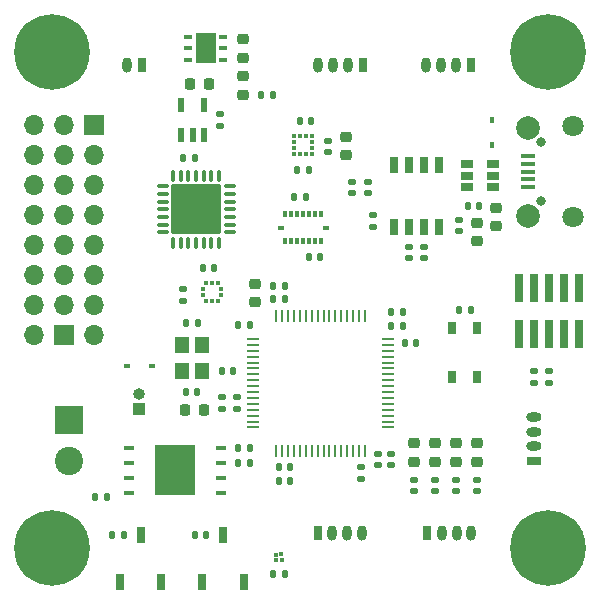
<source format=gbr>
G04 #@! TF.GenerationSoftware,KiCad,Pcbnew,9.0.2*
G04 #@! TF.CreationDate,2025-06-16T10:28:11-04:00*
G04 #@! TF.ProjectId,avionicsboard,6176696f-6e69-4637-9362-6f6172642e6b,rev?*
G04 #@! TF.SameCoordinates,Original*
G04 #@! TF.FileFunction,Soldermask,Top*
G04 #@! TF.FilePolarity,Negative*
%FSLAX46Y46*%
G04 Gerber Fmt 4.6, Leading zero omitted, Abs format (unit mm)*
G04 Created by KiCad (PCBNEW 9.0.2) date 2025-06-16 10:28:11*
%MOMM*%
%LPD*%
G01*
G04 APERTURE LIST*
G04 Aperture macros list*
%AMRoundRect*
0 Rectangle with rounded corners*
0 $1 Rounding radius*
0 $2 $3 $4 $5 $6 $7 $8 $9 X,Y pos of 4 corners*
0 Add a 4 corners polygon primitive as box body*
4,1,4,$2,$3,$4,$5,$6,$7,$8,$9,$2,$3,0*
0 Add four circle primitives for the rounded corners*
1,1,$1+$1,$2,$3*
1,1,$1+$1,$4,$5*
1,1,$1+$1,$6,$7*
1,1,$1+$1,$8,$9*
0 Add four rect primitives between the rounded corners*
20,1,$1+$1,$2,$3,$4,$5,0*
20,1,$1+$1,$4,$5,$6,$7,0*
20,1,$1+$1,$6,$7,$8,$9,0*
20,1,$1+$1,$8,$9,$2,$3,0*%
G04 Aperture macros list end*
%ADD10R,0.800000X1.300000*%
%ADD11O,0.800000X1.300000*%
%ADD12RoundRect,0.147500X-0.147500X-0.172500X0.147500X-0.172500X0.147500X0.172500X-0.147500X0.172500X0*%
%ADD13RoundRect,0.147500X0.147500X0.172500X-0.147500X0.172500X-0.147500X-0.172500X0.147500X-0.172500X0*%
%ADD14RoundRect,0.147500X-0.172500X0.147500X-0.172500X-0.147500X0.172500X-0.147500X0.172500X0.147500X0*%
%ADD15RoundRect,0.147500X0.172500X-0.147500X0.172500X0.147500X-0.172500X0.147500X-0.172500X-0.147500X0*%
%ADD16R,0.350000X0.380000*%
%ADD17R,0.800000X1.400000*%
%ADD18RoundRect,0.218750X-0.218750X-0.256250X0.218750X-0.256250X0.218750X0.256250X-0.218750X0.256250X0*%
%ADD19RoundRect,0.218750X0.256250X-0.218750X0.256250X0.218750X-0.256250X0.218750X-0.256250X-0.218750X0*%
%ADD20RoundRect,0.218750X-0.256250X0.218750X-0.256250X-0.218750X0.256250X-0.218750X0.256250X0.218750X0*%
%ADD21R,0.450000X0.600000*%
%ADD22R,0.600000X0.450000*%
%ADD23R,0.600000X1.150000*%
%ADD24R,0.950000X0.450000*%
%ADD25R,3.450000X4.350000*%
%ADD26R,1.300000X0.800000*%
%ADD27O,1.300000X0.800000*%
%ADD28R,0.330000X0.300000*%
%ADD29R,0.300000X0.330000*%
%ADD30R,0.350000X0.580000*%
%ADD31R,0.580000X0.350000*%
%ADD32R,1.000000X1.000000*%
%ADD33O,1.000000X1.000000*%
%ADD34RoundRect,0.075000X-0.437500X-0.075000X0.437500X-0.075000X0.437500X0.075000X-0.437500X0.075000X0*%
%ADD35RoundRect,0.075000X-0.075000X-0.437500X0.075000X-0.437500X0.075000X0.437500X-0.075000X0.437500X0*%
%ADD36RoundRect,0.250002X-1.874998X-1.874998X1.874998X-1.874998X1.874998X1.874998X-1.874998X1.874998X0*%
%ADD37R,1.700000X1.700000*%
%ADD38O,1.700000X1.700000*%
%ADD39R,0.800000X0.400000*%
%ADD40R,1.750000X2.500000*%
%ADD41R,0.650000X1.050000*%
%ADD42R,0.740000X2.400000*%
%ADD43R,1.060000X0.650000*%
%ADD44R,0.800000X1.450000*%
%ADD45R,0.350000X0.300000*%
%ADD46R,0.300000X0.350000*%
%ADD47C,0.800000*%
%ADD48C,6.400000*%
%ADD49R,1.200000X1.400000*%
%ADD50R,1.000000X0.250000*%
%ADD51R,0.250000X1.000000*%
%ADD52RoundRect,0.218750X0.218750X0.256250X-0.218750X0.256250X-0.218750X-0.256250X0.218750X-0.256250X0*%
%ADD53R,2.400000X2.400000*%
%ADD54C,2.400000*%
%ADD55R,1.300000X0.450000*%
%ADD56C,1.800000*%
%ADD57C,2.000000*%
G04 APERTURE END LIST*
D10*
X46482000Y-64770000D03*
D11*
X47732000Y-64770000D03*
X48982000Y-64770000D03*
X50232000Y-64770000D03*
D12*
X52728000Y-47244000D03*
X53698000Y-47244000D03*
D13*
X36276000Y-52832000D03*
X35306000Y-52832000D03*
D14*
X49403000Y-35034500D03*
X49403000Y-36004500D03*
D15*
X55499000Y-41506000D03*
X55499000Y-40536000D03*
D16*
X36788800Y-44106400D03*
X36788800Y-44606400D03*
X37053800Y-45121400D03*
X37553800Y-45121400D03*
X38053800Y-45121400D03*
X38318800Y-44606400D03*
X38318800Y-44106400D03*
X38053800Y-43591400D03*
X37553800Y-43591400D03*
X37053800Y-43591400D03*
D17*
X29746000Y-68929000D03*
X33246000Y-68929000D03*
X31496000Y-64929000D03*
X36731000Y-68929000D03*
X40231000Y-68929000D03*
X38481000Y-64929000D03*
D18*
X35686800Y-26771600D03*
X37261800Y-26771600D03*
D19*
X40182800Y-24536600D03*
X40182800Y-22961600D03*
D12*
X42718000Y-43815000D03*
X43688000Y-43815000D03*
D15*
X39624000Y-54229000D03*
X39624000Y-53259000D03*
D14*
X38176200Y-29283800D03*
X38176200Y-30253800D03*
D12*
X44496000Y-36322000D03*
X45466000Y-36322000D03*
X45720000Y-41402000D03*
X46690000Y-41402000D03*
X44750000Y-34036000D03*
X45720000Y-34036000D03*
D13*
X45928000Y-29845000D03*
X44958000Y-29845000D03*
D14*
X47371000Y-31542000D03*
X47371000Y-32512000D03*
D20*
X48895000Y-31216500D03*
X48895000Y-32791500D03*
D12*
X36776800Y-42316400D03*
X37746800Y-42316400D03*
D14*
X35102800Y-44117400D03*
X35102800Y-45087400D03*
D13*
X36068000Y-33045400D03*
X35098000Y-33045400D03*
X59425700Y-45872400D03*
X58455700Y-45872400D03*
D12*
X39751000Y-57531000D03*
X40721000Y-57531000D03*
X42718000Y-68199000D03*
X43688000Y-68199000D03*
D13*
X60152000Y-37084000D03*
X59182000Y-37084000D03*
D14*
X58420000Y-38250000D03*
X58420000Y-39220000D03*
D15*
X51181000Y-38816000D03*
X51181000Y-37846000D03*
D19*
X56388000Y-58725000D03*
X56388000Y-57150000D03*
X58166000Y-58725000D03*
X58166000Y-57150000D03*
X59944000Y-58725000D03*
X59944000Y-57150000D03*
D21*
X61214000Y-29811000D03*
X61214000Y-31911000D03*
D22*
X32419000Y-50609500D03*
X30319000Y-50609500D03*
D23*
X34940200Y-31018800D03*
X35890200Y-31018800D03*
X36840200Y-31018800D03*
X36840200Y-28518800D03*
X34940200Y-28518800D03*
D19*
X61595000Y-38786000D03*
X61595000Y-37211000D03*
D20*
X59944000Y-38481000D03*
X59944000Y-40056000D03*
D24*
X30517000Y-57531000D03*
X30517000Y-58801000D03*
X30517000Y-60071000D03*
X30517000Y-61341000D03*
X38317000Y-61341000D03*
X38317000Y-60071000D03*
X38317000Y-58801000D03*
X38317000Y-57531000D03*
D25*
X34417000Y-59436000D03*
D10*
X55753000Y-64770000D03*
D11*
X57003000Y-64770000D03*
X58253000Y-64770000D03*
X59503000Y-64770000D03*
D26*
X64770000Y-58674000D03*
D27*
X64770000Y-57424000D03*
X64770000Y-56174000D03*
X64770000Y-54924000D03*
D28*
X43430000Y-67027000D03*
D29*
X43405000Y-66552000D03*
D28*
X42930000Y-66577000D03*
D29*
X42955000Y-67052000D03*
D30*
X43754000Y-37744000D03*
X44254000Y-37744000D03*
X44754000Y-37744000D03*
X45254000Y-37744000D03*
X45754000Y-37744000D03*
X46254000Y-37744000D03*
X46754000Y-37744000D03*
D31*
X47164000Y-38904000D03*
D30*
X46754000Y-40064000D03*
X46254000Y-40064000D03*
X45754000Y-40064000D03*
X45254000Y-40064000D03*
X44754000Y-40064000D03*
X44254000Y-40064000D03*
X43754000Y-40064000D03*
D31*
X43344000Y-38904000D03*
D32*
X31369000Y-54292500D03*
D33*
X31369000Y-53022500D03*
D34*
X33357500Y-35388000D03*
X33357500Y-36038000D03*
X33357500Y-36688000D03*
X33357500Y-37338000D03*
X33357500Y-37988000D03*
X33357500Y-38638000D03*
X33357500Y-39288000D03*
D35*
X34245000Y-40175500D03*
X34895000Y-40175500D03*
X35545000Y-40175500D03*
X36195000Y-40175500D03*
X36845000Y-40175500D03*
X37495000Y-40175500D03*
X38145000Y-40175500D03*
D34*
X39032500Y-39288000D03*
X39032500Y-38638000D03*
X39032500Y-37988000D03*
X39032500Y-37338000D03*
X39032500Y-36688000D03*
X39032500Y-36038000D03*
X39032500Y-35388000D03*
D35*
X38145000Y-34500500D03*
X37495000Y-34500500D03*
X36845000Y-34500500D03*
X36195000Y-34500500D03*
X35545000Y-34500500D03*
X34895000Y-34500500D03*
X34245000Y-34500500D03*
D36*
X36195000Y-37338000D03*
D37*
X25000000Y-48000000D03*
D38*
X22460000Y-48000000D03*
X25000000Y-45460000D03*
X22460000Y-45460000D03*
X25000000Y-42920000D03*
X22460000Y-42920000D03*
X25000000Y-40380000D03*
X22460000Y-40380000D03*
X25000000Y-37840000D03*
X22460000Y-37840000D03*
X25000000Y-35300000D03*
X22460000Y-35300000D03*
X25000000Y-32760000D03*
X22460000Y-32760000D03*
X25000000Y-30220000D03*
X22460000Y-30220000D03*
D37*
X27541220Y-30251400D03*
D38*
X27541220Y-32791400D03*
X27541220Y-35331400D03*
X27541220Y-37871400D03*
X27541220Y-40411400D03*
X27541220Y-42951400D03*
X27541220Y-45491400D03*
X27541220Y-48031400D03*
D19*
X40182800Y-27660600D03*
X40182800Y-26085600D03*
D13*
X42676800Y-27660600D03*
X41706800Y-27660600D03*
D14*
X50736500Y-35034500D03*
X50736500Y-36004500D03*
X66103500Y-51077000D03*
X66103500Y-52047000D03*
X64770000Y-51077000D03*
X64770000Y-52047000D03*
X54610000Y-60244000D03*
X54610000Y-61214000D03*
X58166000Y-60244000D03*
X58166000Y-61214000D03*
X59944000Y-60248800D03*
X59944000Y-61218800D03*
D15*
X54229000Y-41508400D03*
X54229000Y-40538400D03*
D13*
X30076000Y-64897000D03*
X29106000Y-64897000D03*
X37061000Y-64897000D03*
X36091000Y-64897000D03*
D12*
X39751000Y-58801000D03*
X40721000Y-58801000D03*
X27668500Y-61722000D03*
X28638500Y-61722000D03*
D10*
X50292000Y-25146000D03*
D11*
X49042000Y-25146000D03*
X47792000Y-25146000D03*
X46542000Y-25146000D03*
D39*
X38507800Y-24673600D03*
X38507800Y-23723600D03*
X38507800Y-22773600D03*
X35507800Y-22773600D03*
X35507800Y-23723600D03*
X35507800Y-24673600D03*
D40*
X37007800Y-23723600D03*
D41*
X60015700Y-47414900D03*
X60015700Y-51564900D03*
X57865700Y-47414900D03*
X57865700Y-51564900D03*
D42*
X63500000Y-47924000D03*
X63500000Y-44024000D03*
X64770000Y-47924000D03*
X64770000Y-44024000D03*
X66040000Y-47924000D03*
X66040000Y-44024000D03*
X67310000Y-47924000D03*
X67310000Y-44024000D03*
X68580000Y-47924000D03*
X68580000Y-44024000D03*
D43*
X59141000Y-33543200D03*
X59141000Y-34493200D03*
X59141000Y-35443200D03*
X61341000Y-35443200D03*
X61341000Y-34493200D03*
X61341000Y-33543200D03*
D44*
X56769000Y-33570000D03*
X55499000Y-33570000D03*
X54229000Y-33570000D03*
X52959000Y-33570000D03*
X52959000Y-38820000D03*
X54229000Y-38820000D03*
X55499000Y-38820000D03*
X56769000Y-38820000D03*
D10*
X31623000Y-25146000D03*
D11*
X30373000Y-25146000D03*
D14*
X56388000Y-60244000D03*
X56388000Y-61214000D03*
D45*
X44504000Y-31154000D03*
X44504000Y-31654000D03*
X44504000Y-32154000D03*
X44504000Y-32654000D03*
D46*
X45004000Y-32654000D03*
X45504000Y-32654000D03*
D45*
X46004000Y-32654000D03*
X46004000Y-32154000D03*
X46004000Y-31654000D03*
X46004000Y-31154000D03*
D46*
X45504000Y-31154000D03*
X45004000Y-31154000D03*
D47*
X21600000Y-66000000D03*
X22302944Y-64302944D03*
X22302944Y-67697056D03*
X24000000Y-63600000D03*
D48*
X24000000Y-66000000D03*
D47*
X24000000Y-68400000D03*
X25697056Y-64302944D03*
X25697056Y-67697056D03*
X26400000Y-66000000D03*
X63600000Y-66000000D03*
X64302944Y-64302944D03*
X64302944Y-67697056D03*
X66000000Y-63600000D03*
D48*
X66000000Y-66000000D03*
D47*
X66000000Y-68400000D03*
X67697056Y-64302944D03*
X67697056Y-67697056D03*
X68400000Y-66000000D03*
X63600000Y-24000000D03*
X64302944Y-22302944D03*
X64302944Y-25697056D03*
X66000000Y-21600000D03*
D48*
X66000000Y-24000000D03*
D47*
X66000000Y-26400000D03*
X67697056Y-22302944D03*
X67697056Y-25697056D03*
X68400000Y-24000000D03*
X21600000Y-24000000D03*
X22302944Y-22302944D03*
X22302944Y-25697056D03*
X24000000Y-21600000D03*
D48*
X24000000Y-24000000D03*
D47*
X24000000Y-26400000D03*
X25697056Y-22302944D03*
X25697056Y-25697056D03*
X26400000Y-24000000D03*
D13*
X39324000Y-51054000D03*
X38354000Y-51054000D03*
D49*
X34964000Y-48854000D03*
X34964000Y-51054000D03*
X36664000Y-51054000D03*
X36664000Y-48854000D03*
D50*
X41036000Y-48320000D03*
X41036000Y-48820000D03*
X41036000Y-49320000D03*
X41036000Y-49820000D03*
X41036000Y-50320000D03*
X41036000Y-50820000D03*
X41036000Y-51320000D03*
X41036000Y-51820000D03*
X41036000Y-52320000D03*
X41036000Y-52820000D03*
X41036000Y-53320000D03*
X41036000Y-53820000D03*
X41036000Y-54320000D03*
X41036000Y-54820000D03*
X41036000Y-55320000D03*
X41036000Y-55820000D03*
D51*
X42986000Y-57770000D03*
X43486000Y-57770000D03*
X43986000Y-57770000D03*
X44486000Y-57770000D03*
X44986000Y-57770000D03*
X45486000Y-57770000D03*
X45986000Y-57770000D03*
X46486000Y-57770000D03*
X46986000Y-57770000D03*
X47486000Y-57770000D03*
X47986000Y-57770000D03*
X48486000Y-57770000D03*
X48986000Y-57770000D03*
X49486000Y-57770000D03*
X49986000Y-57770000D03*
X50486000Y-57770000D03*
D50*
X52436000Y-55820000D03*
X52436000Y-55320000D03*
X52436000Y-54820000D03*
X52436000Y-54320000D03*
X52436000Y-53820000D03*
X52436000Y-53320000D03*
X52436000Y-52820000D03*
X52436000Y-52320000D03*
X52436000Y-51820000D03*
X52436000Y-51320000D03*
X52436000Y-50820000D03*
X52436000Y-50320000D03*
X52436000Y-49820000D03*
X52436000Y-49320000D03*
X52436000Y-48820000D03*
X52436000Y-48320000D03*
D51*
X50486000Y-46370000D03*
X49986000Y-46370000D03*
X49486000Y-46370000D03*
X48986000Y-46370000D03*
X48486000Y-46370000D03*
X47986000Y-46370000D03*
X47486000Y-46370000D03*
X46986000Y-46370000D03*
X46486000Y-46370000D03*
X45986000Y-46370000D03*
X45486000Y-46370000D03*
X44986000Y-46370000D03*
X44486000Y-46370000D03*
X43986000Y-46370000D03*
X43486000Y-46370000D03*
X42986000Y-46370000D03*
D52*
X36855500Y-54356000D03*
X35280500Y-54356000D03*
D14*
X52705000Y-58062000D03*
X52705000Y-59032000D03*
D13*
X44173000Y-60325000D03*
X43203000Y-60325000D03*
D14*
X51562000Y-58062000D03*
X51562000Y-59032000D03*
D12*
X52728000Y-46075600D03*
X53698000Y-46075600D03*
D13*
X40744000Y-47117000D03*
X39774000Y-47117000D03*
D12*
X53848000Y-48641000D03*
X54818000Y-48641000D03*
D14*
X50165000Y-59182000D03*
X50165000Y-60152000D03*
D12*
X35352000Y-46990000D03*
X36322000Y-46990000D03*
D15*
X38354000Y-54229000D03*
X38354000Y-53259000D03*
D13*
X44173000Y-59182000D03*
X43203000Y-59182000D03*
D12*
X42718000Y-44958000D03*
X43688000Y-44958000D03*
D19*
X41148000Y-45237500D03*
X41148000Y-43662500D03*
X54610000Y-58725000D03*
X54610000Y-57150000D03*
D10*
X59436000Y-25146000D03*
D11*
X58186000Y-25146000D03*
X56936000Y-25146000D03*
X55686000Y-25146000D03*
D53*
X25463500Y-55181500D03*
D54*
X25463500Y-58681500D03*
D47*
X65367000Y-36663000D03*
X65367000Y-31663000D03*
D55*
X64267000Y-35463000D03*
X64267000Y-34813000D03*
X64267000Y-34163000D03*
X64267000Y-33513000D03*
X64267000Y-32863000D03*
D56*
X68117000Y-38038000D03*
D57*
X64317000Y-37888000D03*
X64317000Y-30438000D03*
D56*
X68117000Y-30288000D03*
M02*

</source>
